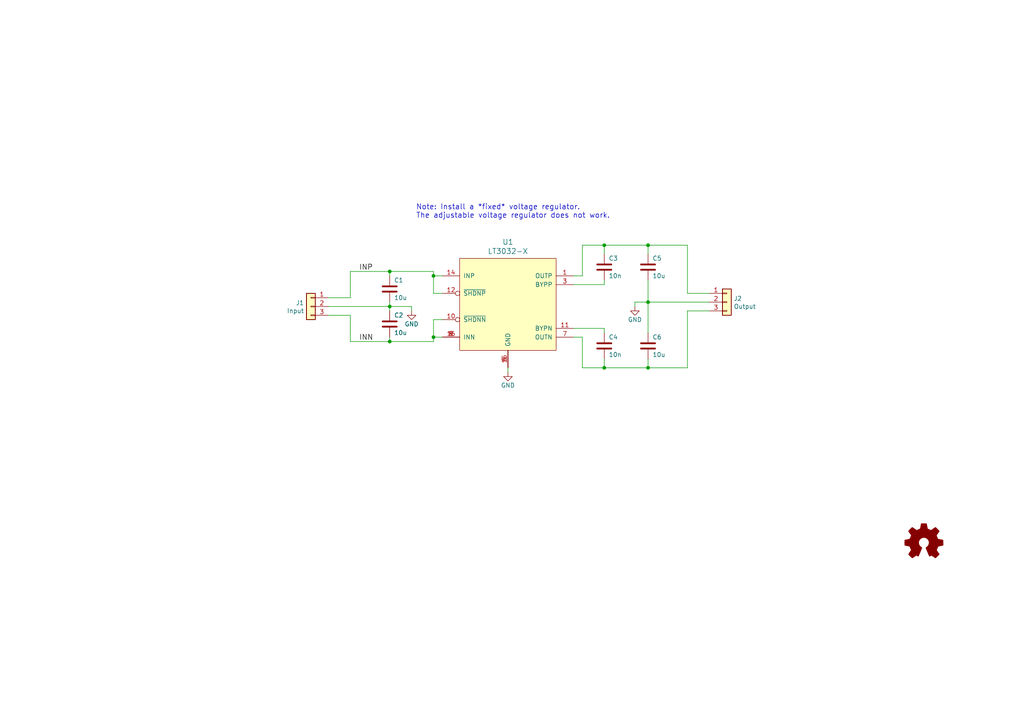
<source format=kicad_sch>
(kicad_sch (version 20230121) (generator eeschema)
  (paper "A4")
  (title_block (title "LT3032 Breakout Board") (date "2017-08-04") (rev "v2.0") (comment 1 "Copyright (©) 2017, Patrick Baus <patrick.baus@physik.tu-darmstadt.de>") (comment 2 "Licensed under CERN OHL v.1.2"))
  (lib_symbols
    (symbol "Connector_Generic:Conn_01x03" (pin_names (offset 1.016) hide)
      (property "Reference" "J" (at 0 5.08 0))
      (property "Value" "Conn_01x03" (at 0 -5.08 0))
      (symbol "Conn_01x03_1_1"
        (rectangle (start -1.27 -2.413) (end 0 -2.667) (stroke (width 0.1524)))
        (rectangle (start -1.27 0.127) (end 0 -0.127) (stroke (width 0.1524)))
        (rectangle (start -1.27 2.667) (end 0 2.413) (stroke (width 0.1524)))
        (rectangle (start -1.27 3.81) (end 1.27 -3.81) (stroke (width 0.254)) (fill (type background)))
        (pin passive line (at -5.08 2.54 0) (length 3.81) (name "Pin_1") (number "1"))
        (pin passive line (at -5.08 0 0) (length 3.81) (name "Pin_2") (number "2"))
        (pin passive line (at -5.08 -2.54 0) (length 3.81) (name "Pin_3") (number "3"))
      )
    )
    (symbol "Device:C" (pin_numbers hide) (pin_names (offset 0.254))
      (property "Reference" "C" (at 0.635 2.54 0))
      (property "Value" "C" (at 0.635 -2.54 0))
      (symbol "C_0_1"
        (polyline (pts (xy -2.032 -0.762) (xy 2.032 -0.762)) (stroke (width 0.508)))
        (polyline (pts (xy -2.032 0.762) (xy 2.032 0.762)) (stroke (width 0.508)))
      )
      (symbol "C_1_1"
        (pin passive line (at 0 3.81 270) (length 2.794) (name "~") (number "1"))
        (pin passive line (at 0 -3.81 90) (length 2.794) (name "~") (number "2"))
      )
    )
    (symbol "Graphic:Logo_Open_Hardware_Small" (in_bom no) (on_board no)
      (symbol "Logo_Open_Hardware_Small_0_1"
        (polyline (pts (xy 3.3528 -4.3434) (xy 3.302 -4.318) (xy 3.175 -4.2418) (xy 2.9972 -4.1148) (xy 2.7686 -3.9624) (xy 2.54 -3.81) (xy 2.3622 -3.7084) (xy 2.2352 -3.6068) (xy 2.1844 -3.5814) (xy 2.159 -3.6068) (xy 2.0574 -3.6576) (xy 1.905 -3.7338) (xy 1.8034 -3.7846) (xy 1.6764 -3.8354) (xy 1.6002 -3.8354) (xy 1.6002 -3.8354) (xy 1.5494 -3.7338) (xy 1.4732 -3.5306) (xy 1.3462 -3.302) (xy 1.2446 -3.0226) (xy 1.1176 -2.7178) (xy 0.9652 -2.413) (xy 0.8636 -2.1082) (xy 0.7366 -1.8288) (xy 0.6604 -1.6256) (xy 0.6096 -1.4732) (xy 0.5842 -1.397) (xy 0.5842 -1.397) (xy 0.6604 -1.3208) (xy 0.7874 -1.2446) (xy 1.0414 -1.016) (xy 1.2954 -0.6858) (xy 1.4478 -0.3302) (xy 1.524 0.0762) (xy 1.4732 0.4572) (xy 1.3208 0.8128) (xy 1.0668 1.143) (xy 0.762 1.3716) (xy 0.4064 1.524) (xy 0 1.5748) (xy -0.381 1.5494) (xy -0.7366 1.397) (xy -1.0668 1.143) (xy -1.2192 0.9906) (xy -1.397 0.6604) (xy -1.524 0.3048) (xy -1.524 0.2286) (xy -1.4986 -0.1778) (xy -1.397 -0.5334) (xy -1.1938 -0.8636) (xy -0.9144 -1.143) (xy -0.8636 -1.1684) (xy -0.7366 -1.27) (xy -0.635 -1.3462) (xy -0.5842 -1.397) (xy -1.0668 -2.5908) (xy -1.143 -2.794) (xy -1.2954 -3.1242) (xy -1.397 -3.4036) (xy -1.4986 -3.6322) (xy -1.5748 -3.7846) (xy -1.6002 -3.8354) (xy -1.6002 -3.8354) (xy -1.651 -3.8354) (xy -1.7272 -3.81) (xy -1.905 -3.7338) (xy -2.0066 -3.683) (xy -2.1336 -3.6068) (xy -2.2098 -3.5814) (xy -2.2606 -3.6068) (xy -2.3622 -3.683) (xy -2.54 -3.81) (xy -2.7686 -3.9624) (xy -2.9718 -4.0894) (xy -3.1496 -4.2164) (xy -3.302 -4.318) (xy -3.3528 -4.3434) (xy -3.3782 -4.3434) (xy -3.429 -4.318) (xy -3.5306 -4.2164) (xy -3.7084 -4.064) (xy -3.937 -3.8354) (xy -3.9624 -3.81) (xy -4.1656 -3.6068) (xy -4.318 -3.4544) (xy -4.4196 -3.3274) (xy -4.445 -3.2766) (xy -4.445 -3.2766) (xy -4.4196 -3.2258) (xy -4.318 -3.0734) (xy -4.2164 -2.8956) (xy -4.064 -2.667) (xy -3.6576 -2.0828) (xy -3.8862 -1.5494) (xy -3.937 -1.3716) (xy -4.0386 -1.1684) (xy -4.0894 -1.0414) (xy -4.1148 -0.9652) (xy -4.191 -0.9398) (xy -4.318 -0.9144) (xy -4.5466 -0.8636) (xy -4.8006 -0.8128) (xy -5.0546 -0.7874) (xy -5.2578 -0.7366) (xy -5.4356 -0.7112) (xy -5.5118 -0.6858) (xy -5.5118 -0.6858) (xy -5.5372 -0.635) (xy -5.5372 -0.5588) (xy -5.5372 -0.4318) (xy -5.5626 -0.2286) (xy -5.5626 0.0762) (xy -5.5626 0.127) (xy -5.5372 0.4064) (xy -5.5372 0.635) (xy -5.5372 0.762) (xy -5.5372 0.8382) (xy -5.5372 0.8382) (xy -5.461 0.8382) (xy -5.3086 0.889) (xy -5.08 0.9144) (xy -4.826 0.9652) (xy -4.8006 0.9906) (xy -4.5466 1.0414) (xy -4.318 1.0668) (xy -4.1656 1.1176) (xy -4.0894 1.143) (xy -4.0894 1.143) (xy -4.0386 1.2446) (xy -3.9624 1.4224) (xy -3.8608 1.6256) (xy -3.7846 1.8288) (xy -3.7084 2.0066) (xy -3.6576 2.159) (xy -3.6322 2.2098) (xy -3.6322 2.2098) (xy -3.683 2.286) (xy -3.7592 2.413) (xy -3.8862 2.5908) (xy -4.064 2.8194) (xy -4.064 2.8448) (xy -4.2164 3.0734) (xy -4.3434 3.2512) (xy -4.4196 3.3782) (xy -4.445 3.4544) (xy -4.445 3.4544) (xy -4.3942 3.5052) (xy -4.2926 3.6322) (xy -4.1148 3.81) (xy -3.937 4.0132) (xy -3.8608 4.064) (xy -3.6576 4.2926) (xy -3.5052 4.4196) (xy -3.4036 4.4958) (xy -3.3528 4.5212) (xy -3.3528 4.5212) (xy -3.302 4.4704) (xy -3.1496 4.3688) (xy -2.9718 4.2418) (xy -2.7432 4.0894) (xy -2.7178 4.0894) (xy -2.4892 3.937) (xy -2.3114 3.81) (xy -2.1844 3.7084) (xy -2.1336 3.683) (xy -2.1082 3.683) (xy -2.032 3.7084) (xy -1.8542 3.7592) (xy -1.6764 3.8354) (xy -1.4732 3.937) (xy -1.27 4.0132) (xy -1.143 4.064) (xy -1.0668 4.1148) (xy -1.0668 4.1148) (xy -1.0414 4.191) (xy -1.016 4.3434) (xy -0.9652 4.572) (xy -0.9144 4.8514) (xy -0.889 4.9022) (xy -0.8382 5.1562) (xy -0.8128 5.3848) (xy -0.7874 5.5372) (xy -0.762 5.588) (xy -0.7112 5.6134) (xy -0.5842 5.6134) (xy -0.4064 5.6134) (xy -0.1524 5.6134) (xy 0.0762 5.6134) (xy 0.3302 5.6134) (xy 0.5334 5.6134) (xy 0.6858 5.588) (xy 0.7366 5.588) (xy 0.7366 5.588) (xy 0.762 5.5118) (xy 0.8128 5.334) (xy 0.8382 5.1054) (xy 0.9144 4.826) (xy 0.9144 4.7752) (xy 0.9652 4.5212) (xy 1.016 4.2926) (xy 1.0414 4.1402) (xy 1.0668 4.0894) (xy 1.0668 4.0894) (xy 1.1938 4.0386) (xy 1.3716 3.9624) (xy 1.5748 3.8608) (xy 2.0828 3.6576) (xy 2.7178 4.0894) (xy 2.7686 4.1402) (xy 2.9972 4.2926) (xy 3.175 4.4196) (xy 3.302 4.4958) (xy 3.3782 4.5212) (xy 3.3782 4.5212) (xy 3.429 4.4704) (xy 3.556 4.3434) (xy 3.7338 4.191) (xy 3.9116 3.9878) (xy 4.064 3.8354) (xy 4.2418 3.6576) (xy 4.3434 3.556) (xy 4.4196 3.4798) (xy 4.4196 3.429) (xy 4.4196 3.4036) (xy 4.3942 3.3274) (xy 4.2926 3.2004) (xy 4.1656 2.9972) (xy 4.0132 2.794) (xy 3.8862 2.5908) (xy 3.7592 2.3876) (xy 3.6576 2.2352) (xy 3.6322 2.159) (xy 3.6322 2.1336) (xy 3.683 2.0066) (xy 3.7592 1.8288) (xy 3.8608 1.6002) (xy 4.064 1.1176) (xy 4.3942 1.0414) (xy 4.5974 1.016) (xy 4.8768 0.9652) (xy 5.1308 0.9144) (xy 5.5372 0.8382) (xy 5.5626 -0.6604) (xy 5.4864 -0.6858) (xy 5.4356 -0.6858) (xy 5.2832 -0.7366) (xy 5.0546 -0.762) (xy 4.8006 -0.8128) (xy 4.5974 -0.8636) (xy 4.3688 -0.9144) (xy 4.2164 -0.9398) (xy 4.1402 -0.9398) (xy 4.1148 -0.9652) (xy 4.064 -1.0668) (xy 3.9878 -1.2446) (xy 3.9116 -1.4478) (xy 3.81 -1.651) (xy 3.7338 -1.8542) (xy 3.683 -2.0066) (xy 3.6576 -2.0828) (xy 3.683 -2.1336) (xy 3.7846 -2.2606) (xy 3.8862 -2.4638) (xy 4.0386 -2.667) (xy 4.191 -2.8956) (xy 4.318 -3.0734) (xy 4.3942 -3.2004) (xy 4.445 -3.2766) (xy 4.4196 -3.3274) (xy 4.3434 -3.429) (xy 4.1656 -3.5814) (xy 3.937 -3.8354) (xy 3.8862 -3.8608) (xy 3.683 -4.064) (xy 3.5306 -4.2164) (xy 3.4036 -4.318) (xy 3.3528 -4.3434)) (fill (type outline)))
      )
    )
    (symbol "LT3032-breakout-rescue:GND-power" (power) (pin_names (offset 0))
      (property "Value" "GND-power" (at 0 -3.81 0))
      (symbol "GND-power_0_1"
        (polyline (pts (xy 0 0) (xy 0 -1.27) (xy 1.27 -1.27) (xy 0 -2.54) (xy -1.27 -1.27) (xy 0 -1.27)))
      )
      (symbol "GND-power_1_1"
        (pin power_in line (at 0 0 270) (length 0) hide (name "GND") (number "1"))
      )
    )
    (symbol "LT3032-breakout-rescue:LT3032-X-Linear-Technology" (pin_names (offset 1.016))
      (property "Reference" "U" (at 0 16.51 0))
      (property "Value" "Linear-Technology:LT3032-X" (at 10.16 16.51 0))
      (symbol "LT3032-X-Linear-Technology_0_1"
        (rectangle (start -13.97 13.97) (end 13.97 -12.7) (fill (type background)))
      )
      (symbol "LT3032-X-Linear-Technology_1_1"
        (pin power_out line (at 19.05 8.89 180) (length 5.08) (name "OUTP") (number "1"))
        (pin input inverted (at -19.05 -3.81 0) (length 5.08) (name "~{SHDNN}") (number "10"))
        (pin passive line (at 19.05 -6.35 180) (length 5.08) (name "BYPN") (number "11"))
        (pin input inverted (at -19.05 3.81 0) (length 5.08) (name "~{SHDNP}") (number "12"))
        (pin power_in line (at -19.05 8.89 0) (length 5.08) (name "INP") (number "14"))
        (pin power_in line (at 0 -17.78 90) (length 5.08) (name "GND") (number "15"))
        (pin passive line (at -19.05 -8.89 0) (length 5.08) (name "~") (number "16"))
        (pin passive line (at 19.05 6.35 180) (length 5.08) (name "BYPP") (number "3"))
        (pin passive line (at 0 -17.78 90) (length 5.08) (name "~") (number "4"))
        (pin passive line (at 0 -17.78 90) (length 5.08) (name "~") (number "5"))
        (pin power_in line (at -19.05 -8.89 0) (length 5.08) (name "INN") (number "6"))
        (pin power_out line (at 19.05 -8.89 180) (length 5.08) (name "OUTN") (number "7"))
        (pin passive line (at -19.05 -8.89 0) (length 5.08) (name "~") (number "9"))
      )
    )
  )
  (junction (at 125.73 97.79))
  (junction (at 187.96 87.63))
  (junction (at 187.96 71.12))
  (junction (at 125.73 80.01))
  (junction (at 175.26 106.68))
  (junction (at 113.03 99.06))
  (junction (at 113.03 88.9))
  (junction (at 113.03 78.74))
  (junction (at 187.96 106.68))
  (junction (at 175.26 71.12))
  (wire (pts (xy 119.38 88.9) (xy 119.38 90.17)))
  (wire (pts (xy 101.6 86.36) (xy 101.6 78.74)))
  (wire (pts (xy 175.26 95.25) (xy 175.26 96.52)))
  (wire (pts (xy 199.39 90.17) (xy 199.39 106.68)))
  (wire (pts (xy 113.03 97.79) (xy 113.03 99.06)))
  (wire (pts (xy 147.32 107.95) (xy 147.32 106.68)))
  (wire (pts (xy 113.03 87.63) (xy 113.03 88.9)))
  (wire (pts (xy 128.27 80.01) (xy 125.73 80.01)))
  (wire (pts (xy 101.6 91.44) (xy 101.6 99.06)))
  (wire (pts (xy 187.96 87.63) (xy 205.74 87.63)))
  (wire (pts (xy 175.26 106.68) (xy 187.96 106.68)))
  (wire (pts (xy 187.96 81.28) (xy 187.96 87.63)))
  (wire (pts (xy 175.26 71.12) (xy 175.26 73.66)))
  (wire (pts (xy 166.37 82.55) (xy 175.26 82.55)))
  (wire (pts (xy 95.25 88.9) (xy 113.03 88.9)))
  (wire (pts (xy 125.73 78.74) (xy 125.73 80.01)))
  (wire (pts (xy 95.25 91.44) (xy 101.6 91.44)))
  (wire (pts (xy 187.96 71.12) (xy 187.96 73.66)))
  (wire (pts (xy 187.96 106.68) (xy 199.39 106.68)))
  (wire (pts (xy 184.15 87.63) (xy 184.15 88.9)))
  (wire (pts (xy 101.6 99.06) (xy 113.03 99.06)))
  (wire (pts (xy 175.26 71.12) (xy 187.96 71.12)))
  (wire (pts (xy 187.96 87.63) (xy 187.96 96.52)))
  (wire (pts (xy 166.37 95.25) (xy 175.26 95.25)))
  (wire (pts (xy 205.74 85.09) (xy 199.39 85.09)))
  (wire (pts (xy 125.73 97.79) (xy 125.73 92.71)))
  (wire (pts (xy 205.74 90.17) (xy 199.39 90.17)))
  (wire (pts (xy 184.15 87.63) (xy 187.96 87.63)))
  (wire (pts (xy 113.03 80.01) (xy 113.03 78.74)))
  (wire (pts (xy 175.26 106.68) (xy 175.26 104.14)))
  (wire (pts (xy 113.03 78.74) (xy 125.73 78.74)))
  (wire (pts (xy 166.37 80.01) (xy 168.91 80.01)))
  (wire (pts (xy 168.91 97.79) (xy 168.91 106.68)))
  (wire (pts (xy 125.73 85.09) (xy 128.27 85.09)))
  (wire (pts (xy 166.37 97.79) (xy 168.91 97.79)))
  (wire (pts (xy 175.26 82.55) (xy 175.26 81.28)))
  (wire (pts (xy 199.39 85.09) (xy 199.39 71.12)))
  (wire (pts (xy 187.96 71.12) (xy 199.39 71.12)))
  (wire (pts (xy 113.03 88.9) (xy 113.03 90.17)))
  (wire (pts (xy 95.25 86.36) (xy 101.6 86.36)))
  (wire (pts (xy 125.73 80.01) (xy 125.73 85.09)))
  (wire (pts (xy 168.91 71.12) (xy 175.26 71.12)))
  (wire (pts (xy 187.96 106.68) (xy 187.96 104.14)))
  (wire (pts (xy 125.73 99.06) (xy 125.73 97.79)))
  (wire (pts (xy 168.91 106.68) (xy 175.26 106.68)))
  (wire (pts (xy 113.03 99.06) (xy 125.73 99.06)))
  (wire (pts (xy 168.91 80.01) (xy 168.91 71.12)))
  (wire (pts (xy 113.03 88.9) (xy 119.38 88.9)))
  (wire (pts (xy 101.6 78.74) (xy 113.03 78.74)))
  (wire (pts (xy 125.73 92.71) (xy 128.27 92.71)))
  (wire (pts (xy 128.27 97.79) (xy 125.73 97.79)))
  (text "Note: Install a *fixed* voltage regulator.\nThe adjustable voltage regulator does not work." (at 120.65 63.5 0) (effects (font (size 1.524 1.524)) (justify left bottom)))
  (label "INP" (at 104.14 78.74 0) (effects (font (size 1.524 1.524))))
  (label "INN" (at 104.14 99.06 0) (effects (font (size 1.524 1.524))))
  (symbol (lib_id "Device:C") (at 113.03 83.82 0) (mirror x) (unit 1)
    (property "Reference" "C1" (at 114.3 81.28 0) (effects (justify left)))
    (property "Value" "10u" (at 114.3 86.36 0) (effects (justify left)))
    (property "Footprint" "Capacitor_SMD:C_1210_3225Metric" (effects hide))
    (property "MFN" "Taiyo Yuden" (effects hide))
    (property "MFP" "GMK325BJ106KN-T" (effects hide))
  )
  (symbol (lib_id "Device:C") (at 113.03 93.98 0) (mirror x) (unit 1)
    (property "Reference" "C2" (at 114.3 91.44 0) (effects (justify left)))
    (property "Value" "10u" (at 114.3 96.52 0) (effects (justify left)))
    (property "Footprint" "Capacitor_SMD:C_1210_3225Metric" (effects hide))
    (property "MFN" "Taiyo Yuden" (effects hide))
    (property "MFP" "GMK325BJ106KN-T" (effects hide))
  )
  (symbol (lib_id "Device:C") (at 175.26 77.47 0) (mirror x) (unit 1)
    (property "Reference" "C3" (at 176.53 74.93 0) (effects (justify left)))
    (property "Value" "10n" (at 176.53 80.01 0) (effects (justify left)))
    (property "Footprint" "Capacitor_SMD:C_0603_1608Metric" (effects hide))
    (property "MFN" "Murata" (effects hide))
    (property "MFP" "GRM1885C1H103JA01J" (effects hide))
    (property "Note" "Use C0G" (effects hide))
  )
  (symbol (lib_id "Device:C") (at 175.26 100.33 0) (mirror x) (unit 1)
    (property "Reference" "C4" (at 176.53 97.79 0) (effects (justify left)))
    (property "Value" "10n" (at 176.53 102.87 0) (effects (justify left)))
    (property "Footprint" "Capacitor_SMD:C_0603_1608Metric" (effects hide))
    (property "MFN" "Murata" (effects hide))
    (property "MFP" "GRM1885C1H103JA01J" (effects hide))
    (property "Note" "Use C0G" (effects hide))
  )
  (symbol (lib_id "Device:C") (at 187.96 77.47 0) (mirror x) (unit 1)
    (property "Reference" "C5" (at 189.23 74.93 0) (effects (justify left)))
    (property "Value" "10u" (at 189.23 80.01 0) (effects (justify left)))
    (property "Footprint" "Capacitor_SMD:C_1210_3225Metric" (effects hide))
    (property "MFN" "Taiyo Yuden" (effects hide))
    (property "MFP" "GMK325BJ106KN-T" (effects hide))
  )
  (symbol (lib_id "Device:C") (at 187.96 100.33 0) (mirror x) (unit 1)
    (property "Reference" "C6" (at 189.23 97.79 0) (effects (justify left)))
    (property "Value" "10u" (at 189.23 102.87 0) (effects (justify left)))
    (property "Footprint" "Capacitor_SMD:C_1210_3225Metric" (effects hide))
    (property "MFN" "Taiyo Yuden" (effects hide))
    (property "MFP" "GMK325BJ106KN-T" (effects hide))
  )
  (symbol (lib_id "LT3032-breakout-rescue:GND-power") (at 119.38 90.17 0) (unit 1)
    (property "Reference" "#PWR03" (effects hide))
    (property "Value" "GND" (at 119.38 93.98 0))
  )
  (symbol (lib_id "LT3032-breakout-rescue:LT3032-X-Linear-Technology") (at 147.32 88.9 0) (unit 1)
    (property "Reference" "U1" (at 147.32 70.1802 0) (effects (font (size 1.524 1.524))))
    (property "Value" "LT3032-X" (at 147.32 72.8726 0) (effects (font (size 1.524 1.524))))
    (property "Footprint" "Package_DFN_QFN:Linear_DE14MA" (effects hide))
    (property "MFN" "Linear Technology" (effects hide))
    (property "MFP" "LT3032-X" (effects hide))
  )
  (symbol (lib_id "LT3032-breakout-rescue:GND-power") (at 147.32 107.95 0) (unit 1)
    (property "Reference" "#PWR01" (effects hide))
    (property "Value" "GND" (at 147.32 111.76 0))
  )
  (symbol (lib_id "LT3032-breakout-rescue:GND-power") (at 184.15 88.9 0) (unit 1)
    (property "Reference" "#PWR02" (effects hide))
    (property "Value" "GND" (at 184.15 92.71 0))
  )
  (symbol (lib_id "Connector_Generic:Conn_01x03") (at 90.17 88.9 0) (mirror y) (unit 1)
    (property "Reference" "J1" (at 88.1888 87.8586 0) (effects (justify left)))
    (property "Value" "Input" (at 88.1888 90.17 0) (effects (justify left)))
    (property "Footprint" "Connector_PinHeader_2.54mm:PinHeader_1x03_P2.54mm_Vertical" (effects hide))
    (property "MFN" "TE Connectivity" (effects hide))
    (property "MFP" "4-103741-0" (effects hide))
  )
  (symbol (lib_id "Connector_Generic:Conn_01x03") (at 210.82 87.63 0) (unit 1)
    (property "Reference" "J2" (at 212.8012 86.5886 0) (effects (justify left)))
    (property "Value" "Output" (at 212.8012 88.9 0) (effects (justify left)))
    (property "Footprint" "Connector_PinHeader_2.54mm:PinHeader_1x03_P2.54mm_Vertical" (effects hide))
    (property "MFN" "TE Connectivity" (effects hide))
    (property "MFP" "4-103741-0" (effects hide))
  )
  (symbol (lib_id "Graphic:Logo_Open_Hardware_Small") (at 267.97 157.48 0) (unit 1)
    (property "Reference" "#LOGO1" (effects hide))
    (property "Value" "Logo_Open_Hardware_Small" (effects hide))
    (property "Footprint" "Symbol:OSHW-Logo_7.5x8mm_SilkScreen" (effects hide))
  )
)
</source>
